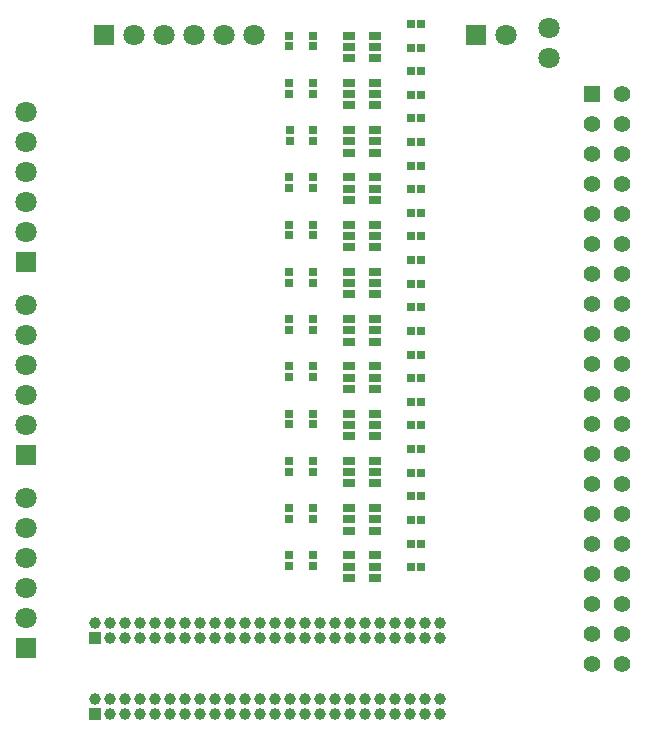
<source format=gts>
G04 #@! TF.FileFunction,Soldermask,Top*
%FSLAX46Y46*%
G04 Gerber Fmt 4.6, Leading zero omitted, Abs format (unit mm)*
G04 Created by KiCad (PCBNEW 4.0.4-stable) date 10/23/16 14:40:47*
%MOMM*%
%LPD*%
G01*
G04 APERTURE LIST*
%ADD10C,0.100000*%
%ADD11R,1.800000X1.800000*%
%ADD12C,1.800000*%
%ADD13C,0.980000*%
%ADD14R,0.980000X0.980000*%
%ADD15R,1.060000X0.650000*%
%ADD16R,1.400000X1.400000*%
%ADD17C,1.400000*%
%ADD18R,0.652400X0.652400*%
G04 APERTURE END LIST*
D10*
D11*
X65300000Y-112900000D03*
D12*
X65300000Y-110360000D03*
X65300000Y-107820000D03*
X65300000Y-105280000D03*
X65300000Y-102740000D03*
X65300000Y-100200000D03*
D13*
X77500000Y-128400000D03*
X78770000Y-128400000D03*
X76230000Y-128400000D03*
X85120000Y-128400000D03*
X87660000Y-128400000D03*
X86390000Y-128400000D03*
X82580000Y-128400000D03*
X83850000Y-128400000D03*
X81310000Y-128400000D03*
X80040000Y-128400000D03*
X97820000Y-128400000D03*
X99090000Y-128400000D03*
X100360000Y-128400000D03*
X94010000Y-128400000D03*
X96550000Y-128400000D03*
X95280000Y-128400000D03*
X91470000Y-128400000D03*
X92740000Y-128400000D03*
X90200000Y-128400000D03*
X88930000Y-128400000D03*
X88930000Y-127130000D03*
X90200000Y-127130000D03*
X91470000Y-127130000D03*
X95280000Y-127130000D03*
X96550000Y-127130000D03*
X94010000Y-127130000D03*
X92740000Y-127130000D03*
X100360000Y-127130000D03*
X99090000Y-127130000D03*
X97820000Y-127130000D03*
X80040000Y-127130000D03*
X81310000Y-127130000D03*
X82580000Y-127130000D03*
X86390000Y-127130000D03*
X87660000Y-127130000D03*
X85120000Y-127130000D03*
X83850000Y-127130000D03*
X76230000Y-127130000D03*
X78770000Y-127130000D03*
X77500000Y-127130000D03*
X74960000Y-128400000D03*
X73690000Y-128400000D03*
X73690000Y-127130000D03*
X74960000Y-127130000D03*
X72420000Y-128400000D03*
X72420000Y-127130000D03*
X71150000Y-127130000D03*
D14*
X71150000Y-128400000D03*
D15*
X92610000Y-109400000D03*
X92610000Y-110350000D03*
X92610000Y-111300000D03*
X94810000Y-111300000D03*
X94810000Y-109400000D03*
X94810000Y-110350000D03*
D16*
X113225000Y-82375000D03*
D17*
X115765000Y-82375000D03*
X113225000Y-84915000D03*
X115765000Y-84915000D03*
X113225000Y-87455000D03*
X115765000Y-87455000D03*
X113225000Y-89995000D03*
X115765000Y-89995000D03*
X113225000Y-92535000D03*
X115765000Y-92535000D03*
X113225000Y-95075000D03*
X115765000Y-95075000D03*
X113225000Y-97615000D03*
X115765000Y-97615000D03*
X113225000Y-100155000D03*
X115765000Y-100155000D03*
X113225000Y-102695000D03*
X115765000Y-102695000D03*
X113225000Y-105235000D03*
X115765000Y-105235000D03*
X113225000Y-107775000D03*
X115765000Y-107775000D03*
X113225000Y-110315000D03*
X115765000Y-110315000D03*
X113225000Y-112855000D03*
X115765000Y-112855000D03*
X113225000Y-115395000D03*
X115765000Y-115395000D03*
X113225000Y-117935000D03*
X115765000Y-117935000D03*
X113225000Y-120475000D03*
X115765000Y-120475000D03*
X113225000Y-123015000D03*
X115765000Y-123015000D03*
X113225000Y-125555000D03*
X115765000Y-125555000D03*
X113225000Y-128095000D03*
X115765000Y-128095000D03*
X113225000Y-130635000D03*
X115765000Y-130635000D03*
D11*
X65300000Y-129200000D03*
D12*
X65300000Y-126660000D03*
X65300000Y-124120000D03*
X65300000Y-121580000D03*
X65300000Y-119040000D03*
X65300000Y-116500000D03*
D11*
X65300000Y-96600000D03*
D12*
X65300000Y-94060000D03*
X65300000Y-91520000D03*
X65300000Y-88980000D03*
X65300000Y-86440000D03*
X65300000Y-83900000D03*
D11*
X71900000Y-77300000D03*
D12*
X74440000Y-77300000D03*
X76980000Y-77300000D03*
X79520000Y-77300000D03*
X82060000Y-77300000D03*
X84600000Y-77300000D03*
D11*
X103400000Y-77300000D03*
D12*
X105940000Y-77300000D03*
D13*
X77500000Y-134800000D03*
X78770000Y-134800000D03*
X76230000Y-134800000D03*
X85120000Y-134800000D03*
X87660000Y-134800000D03*
X86390000Y-134800000D03*
X82580000Y-134800000D03*
X83850000Y-134800000D03*
X81310000Y-134800000D03*
X80040000Y-134800000D03*
X97820000Y-134800000D03*
X99090000Y-134800000D03*
X100360000Y-134800000D03*
X94010000Y-134800000D03*
X96550000Y-134800000D03*
X95280000Y-134800000D03*
X91470000Y-134800000D03*
X92740000Y-134800000D03*
X90200000Y-134800000D03*
X88930000Y-134800000D03*
X88930000Y-133530000D03*
X90200000Y-133530000D03*
X91470000Y-133530000D03*
X95280000Y-133530000D03*
X96550000Y-133530000D03*
X94010000Y-133530000D03*
X92740000Y-133530000D03*
X100360000Y-133530000D03*
X99090000Y-133530000D03*
X97820000Y-133530000D03*
X80040000Y-133530000D03*
X81310000Y-133530000D03*
X82580000Y-133530000D03*
X86390000Y-133530000D03*
X87660000Y-133530000D03*
X85120000Y-133530000D03*
X83850000Y-133530000D03*
X76230000Y-133530000D03*
X78770000Y-133530000D03*
X77500000Y-133530000D03*
X74960000Y-134800000D03*
X73690000Y-134800000D03*
X73690000Y-133530000D03*
X74960000Y-133530000D03*
X72420000Y-134800000D03*
X72420000Y-133530000D03*
X71150000Y-133530000D03*
D14*
X71150000Y-134800000D03*
D15*
X92610000Y-77400000D03*
X92610000Y-78350000D03*
X92610000Y-79300000D03*
X94810000Y-79300000D03*
X94810000Y-77400000D03*
X94810000Y-78350000D03*
X92610000Y-81400000D03*
X92610000Y-82350000D03*
X92610000Y-83300000D03*
X94810000Y-83300000D03*
X94810000Y-81400000D03*
X94810000Y-82350000D03*
X92610000Y-85400000D03*
X92610000Y-86350000D03*
X92610000Y-87300000D03*
X94810000Y-87300000D03*
X94810000Y-85400000D03*
X94810000Y-86350000D03*
X92610000Y-89400000D03*
X92610000Y-90350000D03*
X92610000Y-91300000D03*
X94810000Y-91300000D03*
X94810000Y-89400000D03*
X94810000Y-90350000D03*
X92610000Y-93400000D03*
X92610000Y-94350000D03*
X92610000Y-95300000D03*
X94810000Y-95300000D03*
X94810000Y-93400000D03*
X94810000Y-94350000D03*
X92610000Y-97400000D03*
X92610000Y-98350000D03*
X92610000Y-99300000D03*
X94810000Y-99300000D03*
X94810000Y-97400000D03*
X94810000Y-98350000D03*
X92610000Y-101400000D03*
X92610000Y-102350000D03*
X92610000Y-103300000D03*
X94810000Y-103300000D03*
X94810000Y-101400000D03*
X94810000Y-102350000D03*
X92610000Y-105400000D03*
X92610000Y-106350000D03*
X92610000Y-107300000D03*
X94810000Y-107300000D03*
X94810000Y-105400000D03*
X94810000Y-106350000D03*
X92610000Y-113400000D03*
X92610000Y-114350000D03*
X92610000Y-115300000D03*
X94810000Y-115300000D03*
X94810000Y-113400000D03*
X94810000Y-114350000D03*
X92610000Y-117400000D03*
X92610000Y-118350000D03*
X92610000Y-119300000D03*
X94810000Y-119300000D03*
X94810000Y-117400000D03*
X94810000Y-118350000D03*
X92610000Y-121400000D03*
X92610000Y-122350000D03*
X92610000Y-123300000D03*
X94810000Y-123300000D03*
X94810000Y-121400000D03*
X94810000Y-122350000D03*
D18*
X87600000Y-77400000D03*
X87600000Y-78300000D03*
X98760000Y-76400000D03*
X97860000Y-76400000D03*
X98760000Y-80400000D03*
X97860000Y-80400000D03*
X98760000Y-84400000D03*
X97860000Y-84400000D03*
X98760000Y-88400000D03*
X97860000Y-88400000D03*
X89600000Y-77400000D03*
X89600000Y-78300000D03*
X89600000Y-81400000D03*
X89600000Y-82300000D03*
X89600000Y-85400000D03*
X89600000Y-86300000D03*
X89600000Y-89400000D03*
X89600000Y-90300000D03*
X98760000Y-92400000D03*
X97860000Y-92400000D03*
X98760000Y-96400000D03*
X97860000Y-96400000D03*
X98760000Y-100400000D03*
X97860000Y-100400000D03*
X98760000Y-104400000D03*
X97860000Y-104400000D03*
X89600000Y-93400000D03*
X89600000Y-94300000D03*
X89600000Y-97400000D03*
X89600000Y-98300000D03*
X89600000Y-101400000D03*
X89600000Y-102300000D03*
X89600000Y-105400000D03*
X89600000Y-106300000D03*
X98760000Y-108400000D03*
X97860000Y-108400000D03*
X98760000Y-112400000D03*
X97860000Y-112400000D03*
X98760000Y-116400000D03*
X97860000Y-116400000D03*
X98760000Y-120400000D03*
X97860000Y-120400000D03*
X89600000Y-109400000D03*
X89600000Y-110300000D03*
X89600000Y-113400000D03*
X89600000Y-114300000D03*
X89600000Y-117400000D03*
X89600000Y-118300000D03*
X89600000Y-121400000D03*
X89600000Y-122300000D03*
X98760000Y-78400000D03*
X97860000Y-78400000D03*
X87600000Y-81400000D03*
X87600000Y-82300000D03*
X98760000Y-82400000D03*
X97860000Y-82400000D03*
X87650000Y-85400000D03*
X87650000Y-86300000D03*
X98760000Y-86400000D03*
X97860000Y-86400000D03*
X87600000Y-89400000D03*
X87600000Y-90300000D03*
X98760000Y-90400000D03*
X97860000Y-90400000D03*
X87600000Y-93400000D03*
X87600000Y-94300000D03*
X98760000Y-94400000D03*
X97860000Y-94400000D03*
X87600000Y-97400000D03*
X87600000Y-98300000D03*
X98760000Y-98400000D03*
X97860000Y-98400000D03*
X87600000Y-101400000D03*
X87600000Y-102300000D03*
X98760000Y-102400000D03*
X97860000Y-102400000D03*
X87600000Y-105400000D03*
X87600000Y-106300000D03*
X98760000Y-106400000D03*
X97860000Y-106400000D03*
X87600000Y-109400000D03*
X87600000Y-110300000D03*
X98760000Y-110400000D03*
X97860000Y-110400000D03*
X87600000Y-113400000D03*
X87600000Y-114300000D03*
X98760000Y-114400000D03*
X97860000Y-114400000D03*
X87600000Y-117400000D03*
X87600000Y-118300000D03*
X98760000Y-118400000D03*
X97860000Y-118400000D03*
X87600000Y-121400000D03*
X87600000Y-122300000D03*
X98760000Y-122400000D03*
X97860000Y-122400000D03*
D12*
X109600000Y-79300000D03*
X109600000Y-76760000D03*
M02*

</source>
